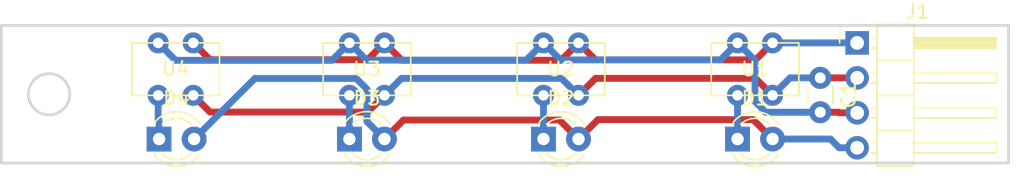
<source format=kicad_pcb>
(kicad_pcb (version 20171130) (host pcbnew "(5.1.10)-1")

  (general
    (thickness 1.6)
    (drawings 5)
    (tracks 58)
    (zones 0)
    (modules 10)
    (nets 9)
  )

  (page A4)
  (layers
    (0 F.Cu signal)
    (31 B.Cu signal)
    (32 B.Adhes user)
    (33 F.Adhes user)
    (34 B.Paste user)
    (35 F.Paste user)
    (36 B.SilkS user)
    (37 F.SilkS user)
    (38 B.Mask user)
    (39 F.Mask user)
    (40 Dwgs.User user)
    (41 Cmts.User user)
    (42 Eco1.User user)
    (43 Eco2.User user)
    (44 Edge.Cuts user)
    (45 Margin user)
    (46 B.CrtYd user)
    (47 F.CrtYd user)
    (48 B.Fab user)
    (49 F.Fab user)
  )

  (setup
    (last_trace_width 0.25)
    (trace_clearance 0.2)
    (zone_clearance 0.508)
    (zone_45_only no)
    (trace_min 0.2)
    (via_size 0.8)
    (via_drill 0.4)
    (via_min_size 0.4)
    (via_min_drill 0.3)
    (uvia_size 0.3)
    (uvia_drill 0.1)
    (uvias_allowed no)
    (uvia_min_size 0.2)
    (uvia_min_drill 0.1)
    (edge_width 0.05)
    (segment_width 0.2)
    (pcb_text_width 0.3)
    (pcb_text_size 1.5 1.5)
    (mod_edge_width 0.12)
    (mod_text_size 1 1)
    (mod_text_width 0.15)
    (pad_size 1.524 1.524)
    (pad_drill 0.762)
    (pad_to_mask_clearance 0)
    (aux_axis_origin 0 0)
    (grid_origin 193.65 102.075)
    (visible_elements 7FFFFFFF)
    (pcbplotparams
      (layerselection 0x010fc_ffffffff)
      (usegerberextensions false)
      (usegerberattributes true)
      (usegerberadvancedattributes true)
      (creategerberjobfile true)
      (excludeedgelayer true)
      (linewidth 0.100000)
      (plotframeref false)
      (viasonmask false)
      (mode 1)
      (useauxorigin false)
      (hpglpennumber 1)
      (hpglpenspeed 20)
      (hpglpendiameter 15.000000)
      (psnegative false)
      (psa4output false)
      (plotreference true)
      (plotvalue true)
      (plotinvisibletext false)
      (padsonsilk false)
      (subtractmaskfromsilk false)
      (outputformat 1)
      (mirror false)
      (drillshape 1)
      (scaleselection 1)
      (outputdirectory ""))
  )

  (net 0 "")
  (net 1 GND)
  (net 2 +5V)
  (net 3 LED)
  (net 4 "Net-(D1-Pad1)")
  (net 5 "Net-(D2-Pad1)")
  (net 6 "Net-(D3-Pad1)")
  (net 7 "Net-(D4-Pad1)")
  (net 8 Vout)

  (net_class Default "This is the default net class."
    (clearance 0.2)
    (trace_width 0.25)
    (via_dia 0.8)
    (via_drill 0.4)
    (uvia_dia 0.3)
    (uvia_drill 0.1)
    (add_net +5V)
    (add_net GND)
    (add_net LED)
    (add_net "Net-(D1-Pad1)")
    (add_net "Net-(D2-Pad1)")
    (add_net "Net-(D3-Pad1)")
    (add_net "Net-(D4-Pad1)")
    (add_net Vout)
  )

  (module herakuresu:S428 (layer F.Cu) (tedit 618E9E2F) (tstamp 618F6511)
    (at 133.285 94.615 180)
    (path /618DC709)
    (fp_text reference U4 (at 0 -0.635) (layer F.SilkS)
      (effects (font (size 1 1) (thickness 0.15)))
    )
    (fp_text value S4282 (at 0 -3.81) (layer F.Fab)
      (effects (font (size 1 1) (thickness 0.15)))
    )
    (fp_line (start -3.175 -2.54) (end -3.175 1.27) (layer F.SilkS) (width 0.12))
    (fp_line (start -3.175 1.27) (end 3.175 1.27) (layer F.SilkS) (width 0.12))
    (fp_line (start 3.175 1.27) (end 3.175 -2.54) (layer F.SilkS) (width 0.12))
    (fp_line (start 3.175 -2.54) (end -3.175 -2.54) (layer F.SilkS) (width 0.12))
    (pad 4 thru_hole circle (at 1.27 1.27 180) (size 1.524 1.524) (drill 0.762) (layers *.Cu *.Mask)
      (net 1 GND))
    (pad 3 thru_hole circle (at -1.27 1.27 180) (size 1.524 1.524) (drill 0.762) (layers *.Cu *.Mask)
      (net 8 Vout))
    (pad 2 thru_hole circle (at -1.27 -2.54 180) (size 1.524 1.524) (drill 0.762) (layers *.Cu *.Mask)
      (net 2 +5V))
    (pad 1 thru_hole circle (at 1.27 -2.54 180) (size 1.524 1.524) (drill 0.762) (layers *.Cu *.Mask)
      (net 7 "Net-(D4-Pad1)"))
  )

  (module herakuresu:S428 (layer F.Cu) (tedit 618E9E2F) (tstamp 618F6505)
    (at 147.145 94.615 180)
    (path /618DC2C0)
    (fp_text reference U3 (at 0 -0.635) (layer F.SilkS)
      (effects (font (size 1 1) (thickness 0.15)))
    )
    (fp_text value S4282 (at 0 -3.81) (layer F.Fab)
      (effects (font (size 1 1) (thickness 0.15)))
    )
    (fp_line (start -3.175 -2.54) (end -3.175 1.27) (layer F.SilkS) (width 0.12))
    (fp_line (start -3.175 1.27) (end 3.175 1.27) (layer F.SilkS) (width 0.12))
    (fp_line (start 3.175 1.27) (end 3.175 -2.54) (layer F.SilkS) (width 0.12))
    (fp_line (start 3.175 -2.54) (end -3.175 -2.54) (layer F.SilkS) (width 0.12))
    (pad 4 thru_hole circle (at 1.27 1.27 180) (size 1.524 1.524) (drill 0.762) (layers *.Cu *.Mask)
      (net 1 GND))
    (pad 3 thru_hole circle (at -1.27 1.27 180) (size 1.524 1.524) (drill 0.762) (layers *.Cu *.Mask)
      (net 8 Vout))
    (pad 2 thru_hole circle (at -1.27 -2.54 180) (size 1.524 1.524) (drill 0.762) (layers *.Cu *.Mask)
      (net 2 +5V))
    (pad 1 thru_hole circle (at 1.27 -2.54 180) (size 1.524 1.524) (drill 0.762) (layers *.Cu *.Mask)
      (net 6 "Net-(D3-Pad1)"))
  )

  (module herakuresu:S428 (layer F.Cu) (tedit 618E9E2F) (tstamp 618F64F9)
    (at 161.21 94.615 180)
    (path /618DBDC3)
    (fp_text reference U2 (at 0 -0.635) (layer F.SilkS)
      (effects (font (size 1 1) (thickness 0.15)))
    )
    (fp_text value S4282 (at 0 -3.81) (layer F.Fab)
      (effects (font (size 1 1) (thickness 0.15)))
    )
    (fp_line (start -3.175 -2.54) (end -3.175 1.27) (layer F.SilkS) (width 0.12))
    (fp_line (start -3.175 1.27) (end 3.175 1.27) (layer F.SilkS) (width 0.12))
    (fp_line (start 3.175 1.27) (end 3.175 -2.54) (layer F.SilkS) (width 0.12))
    (fp_line (start 3.175 -2.54) (end -3.175 -2.54) (layer F.SilkS) (width 0.12))
    (pad 4 thru_hole circle (at 1.27 1.27 180) (size 1.524 1.524) (drill 0.762) (layers *.Cu *.Mask)
      (net 1 GND))
    (pad 3 thru_hole circle (at -1.27 1.27 180) (size 1.524 1.524) (drill 0.762) (layers *.Cu *.Mask)
      (net 8 Vout))
    (pad 2 thru_hole circle (at -1.27 -2.54 180) (size 1.524 1.524) (drill 0.762) (layers *.Cu *.Mask)
      (net 2 +5V))
    (pad 1 thru_hole circle (at 1.27 -2.54 180) (size 1.524 1.524) (drill 0.762) (layers *.Cu *.Mask)
      (net 5 "Net-(D2-Pad1)"))
  )

  (module herakuresu:S428 (layer F.Cu) (tedit 618E9E2F) (tstamp 618F64ED)
    (at 175.275 94.615 180)
    (path /618D9BCD)
    (fp_text reference U1 (at 0 -0.635) (layer F.SilkS)
      (effects (font (size 1 1) (thickness 0.15)))
    )
    (fp_text value S4282 (at 0 -3.81) (layer F.Fab)
      (effects (font (size 1 1) (thickness 0.15)))
    )
    (fp_line (start -3.175 -2.54) (end -3.175 1.27) (layer F.SilkS) (width 0.12))
    (fp_line (start -3.175 1.27) (end 3.175 1.27) (layer F.SilkS) (width 0.12))
    (fp_line (start 3.175 1.27) (end 3.175 -2.54) (layer F.SilkS) (width 0.12))
    (fp_line (start 3.175 -2.54) (end -3.175 -2.54) (layer F.SilkS) (width 0.12))
    (pad 4 thru_hole circle (at 1.27 1.27 180) (size 1.524 1.524) (drill 0.762) (layers *.Cu *.Mask)
      (net 1 GND))
    (pad 3 thru_hole circle (at -1.27 1.27 180) (size 1.524 1.524) (drill 0.762) (layers *.Cu *.Mask)
      (net 8 Vout))
    (pad 2 thru_hole circle (at -1.27 -2.54 180) (size 1.524 1.524) (drill 0.762) (layers *.Cu *.Mask)
      (net 2 +5V))
    (pad 1 thru_hole circle (at 1.27 -2.54 180) (size 1.524 1.524) (drill 0.762) (layers *.Cu *.Mask)
      (net 4 "Net-(D1-Pad1)"))
  )

  (module Connector_PinHeader_2.54mm:PinHeader_1x04_P2.54mm_Horizontal (layer F.Cu) (tedit 59FED5CB) (tstamp 618F64E1)
    (at 182.675 93.345)
    (descr "Through hole angled pin header, 1x04, 2.54mm pitch, 6mm pin length, single row")
    (tags "Through hole angled pin header THT 1x04 2.54mm single row")
    (path /618F45E2)
    (fp_text reference J1 (at 4.385 -2.27) (layer F.SilkS)
      (effects (font (size 1 1) (thickness 0.15)))
    )
    (fp_text value Conn_01x04_Female (at 4.385 9.89) (layer F.Fab)
      (effects (font (size 1 1) (thickness 0.15)))
    )
    (fp_text user %R (at 2.77 3.81 90) (layer F.Fab)
      (effects (font (size 1 1) (thickness 0.15)))
    )
    (fp_line (start 2.135 -1.27) (end 4.04 -1.27) (layer F.Fab) (width 0.1))
    (fp_line (start 4.04 -1.27) (end 4.04 8.89) (layer F.Fab) (width 0.1))
    (fp_line (start 4.04 8.89) (end 1.5 8.89) (layer F.Fab) (width 0.1))
    (fp_line (start 1.5 8.89) (end 1.5 -0.635) (layer F.Fab) (width 0.1))
    (fp_line (start 1.5 -0.635) (end 2.135 -1.27) (layer F.Fab) (width 0.1))
    (fp_line (start -0.32 -0.32) (end 1.5 -0.32) (layer F.Fab) (width 0.1))
    (fp_line (start -0.32 -0.32) (end -0.32 0.32) (layer F.Fab) (width 0.1))
    (fp_line (start -0.32 0.32) (end 1.5 0.32) (layer F.Fab) (width 0.1))
    (fp_line (start 4.04 -0.32) (end 10.04 -0.32) (layer F.Fab) (width 0.1))
    (fp_line (start 10.04 -0.32) (end 10.04 0.32) (layer F.Fab) (width 0.1))
    (fp_line (start 4.04 0.32) (end 10.04 0.32) (layer F.Fab) (width 0.1))
    (fp_line (start -0.32 2.22) (end 1.5 2.22) (layer F.Fab) (width 0.1))
    (fp_line (start -0.32 2.22) (end -0.32 2.86) (layer F.Fab) (width 0.1))
    (fp_line (start -0.32 2.86) (end 1.5 2.86) (layer F.Fab) (width 0.1))
    (fp_line (start 4.04 2.22) (end 10.04 2.22) (layer F.Fab) (width 0.1))
    (fp_line (start 10.04 2.22) (end 10.04 2.86) (layer F.Fab) (width 0.1))
    (fp_line (start 4.04 2.86) (end 10.04 2.86) (layer F.Fab) (width 0.1))
    (fp_line (start -0.32 4.76) (end 1.5 4.76) (layer F.Fab) (width 0.1))
    (fp_line (start -0.32 4.76) (end -0.32 5.4) (layer F.Fab) (width 0.1))
    (fp_line (start -0.32 5.4) (end 1.5 5.4) (layer F.Fab) (width 0.1))
    (fp_line (start 4.04 4.76) (end 10.04 4.76) (layer F.Fab) (width 0.1))
    (fp_line (start 10.04 4.76) (end 10.04 5.4) (layer F.Fab) (width 0.1))
    (fp_line (start 4.04 5.4) (end 10.04 5.4) (layer F.Fab) (width 0.1))
    (fp_line (start -0.32 7.3) (end 1.5 7.3) (layer F.Fab) (width 0.1))
    (fp_line (start -0.32 7.3) (end -0.32 7.94) (layer F.Fab) (width 0.1))
    (fp_line (start -0.32 7.94) (end 1.5 7.94) (layer F.Fab) (width 0.1))
    (fp_line (start 4.04 7.3) (end 10.04 7.3) (layer F.Fab) (width 0.1))
    (fp_line (start 10.04 7.3) (end 10.04 7.94) (layer F.Fab) (width 0.1))
    (fp_line (start 4.04 7.94) (end 10.04 7.94) (layer F.Fab) (width 0.1))
    (fp_line (start 1.44 -1.33) (end 1.44 8.95) (layer F.SilkS) (width 0.12))
    (fp_line (start 1.44 8.95) (end 4.1 8.95) (layer F.SilkS) (width 0.12))
    (fp_line (start 4.1 8.95) (end 4.1 -1.33) (layer F.SilkS) (width 0.12))
    (fp_line (start 4.1 -1.33) (end 1.44 -1.33) (layer F.SilkS) (width 0.12))
    (fp_line (start 4.1 -0.38) (end 10.1 -0.38) (layer F.SilkS) (width 0.12))
    (fp_line (start 10.1 -0.38) (end 10.1 0.38) (layer F.SilkS) (width 0.12))
    (fp_line (start 10.1 0.38) (end 4.1 0.38) (layer F.SilkS) (width 0.12))
    (fp_line (start 4.1 -0.32) (end 10.1 -0.32) (layer F.SilkS) (width 0.12))
    (fp_line (start 4.1 -0.2) (end 10.1 -0.2) (layer F.SilkS) (width 0.12))
    (fp_line (start 4.1 -0.08) (end 10.1 -0.08) (layer F.SilkS) (width 0.12))
    (fp_line (start 4.1 0.04) (end 10.1 0.04) (layer F.SilkS) (width 0.12))
    (fp_line (start 4.1 0.16) (end 10.1 0.16) (layer F.SilkS) (width 0.12))
    (fp_line (start 4.1 0.28) (end 10.1 0.28) (layer F.SilkS) (width 0.12))
    (fp_line (start 1.11 -0.38) (end 1.44 -0.38) (layer F.SilkS) (width 0.12))
    (fp_line (start 1.11 0.38) (end 1.44 0.38) (layer F.SilkS) (width 0.12))
    (fp_line (start 1.44 1.27) (end 4.1 1.27) (layer F.SilkS) (width 0.12))
    (fp_line (start 4.1 2.16) (end 10.1 2.16) (layer F.SilkS) (width 0.12))
    (fp_line (start 10.1 2.16) (end 10.1 2.92) (layer F.SilkS) (width 0.12))
    (fp_line (start 10.1 2.92) (end 4.1 2.92) (layer F.SilkS) (width 0.12))
    (fp_line (start 1.042929 2.16) (end 1.44 2.16) (layer F.SilkS) (width 0.12))
    (fp_line (start 1.042929 2.92) (end 1.44 2.92) (layer F.SilkS) (width 0.12))
    (fp_line (start 1.44 3.81) (end 4.1 3.81) (layer F.SilkS) (width 0.12))
    (fp_line (start 4.1 4.7) (end 10.1 4.7) (layer F.SilkS) (width 0.12))
    (fp_line (start 10.1 4.7) (end 10.1 5.46) (layer F.SilkS) (width 0.12))
    (fp_line (start 10.1 5.46) (end 4.1 5.46) (layer F.SilkS) (width 0.12))
    (fp_line (start 1.042929 4.7) (end 1.44 4.7) (layer F.SilkS) (width 0.12))
    (fp_line (start 1.042929 5.46) (end 1.44 5.46) (layer F.SilkS) (width 0.12))
    (fp_line (start 1.44 6.35) (end 4.1 6.35) (layer F.SilkS) (width 0.12))
    (fp_line (start 4.1 7.24) (end 10.1 7.24) (layer F.SilkS) (width 0.12))
    (fp_line (start 10.1 7.24) (end 10.1 8) (layer F.SilkS) (width 0.12))
    (fp_line (start 10.1 8) (end 4.1 8) (layer F.SilkS) (width 0.12))
    (fp_line (start 1.042929 7.24) (end 1.44 7.24) (layer F.SilkS) (width 0.12))
    (fp_line (start 1.042929 8) (end 1.44 8) (layer F.SilkS) (width 0.12))
    (fp_line (start -1.27 0) (end -1.27 -1.27) (layer F.SilkS) (width 0.12))
    (fp_line (start -1.27 -1.27) (end 0 -1.27) (layer F.SilkS) (width 0.12))
    (fp_line (start -1.8 -1.8) (end -1.8 9.4) (layer F.CrtYd) (width 0.05))
    (fp_line (start -1.8 9.4) (end 10.55 9.4) (layer F.CrtYd) (width 0.05))
    (fp_line (start 10.55 9.4) (end 10.55 -1.8) (layer F.CrtYd) (width 0.05))
    (fp_line (start 10.55 -1.8) (end -1.8 -1.8) (layer F.CrtYd) (width 0.05))
    (pad 4 thru_hole oval (at 0 7.62) (size 1.7 1.7) (drill 1) (layers *.Cu *.Mask)
      (net 3 LED))
    (pad 3 thru_hole oval (at 0 5.08) (size 1.7 1.7) (drill 1) (layers *.Cu *.Mask)
      (net 1 GND))
    (pad 2 thru_hole oval (at 0 2.54) (size 1.7 1.7) (drill 1) (layers *.Cu *.Mask)
      (net 2 +5V))
    (pad 1 thru_hole rect (at 0 0) (size 1.7 1.7) (drill 1) (layers *.Cu *.Mask)
      (net 8 Vout))
    (model ${KISYS3DMOD}/Connector_PinHeader_2.54mm.3dshapes/PinHeader_1x04_P2.54mm_Horizontal.wrl
      (at (xyz 0 0 0))
      (scale (xyz 1 1 1))
      (rotate (xyz 0 0 0))
    )
  )

  (module LED_THT:LED_D3.0mm_Clear (layer F.Cu) (tedit 5A6C9BC0) (tstamp 618F6494)
    (at 132.08 100.33)
    (descr "IR-LED, diameter 3.0mm, 2 pins, color: clear")
    (tags "IR infrared LED diameter 3.0mm 2 pins clear")
    (path /618FDF30)
    (fp_text reference D4 (at 1.27 -2.96) (layer F.SilkS)
      (effects (font (size 1 1) (thickness 0.15)))
    )
    (fp_text value LED (at 1.27 2.96) (layer F.Fab)
      (effects (font (size 1 1) (thickness 0.15)))
    )
    (fp_arc (start 1.27 0) (end 0.229039 1.08) (angle -87.9) (layer F.SilkS) (width 0.12))
    (fp_arc (start 1.27 0) (end 0.229039 -1.08) (angle 87.9) (layer F.SilkS) (width 0.12))
    (fp_arc (start 1.27 0) (end -0.29 1.235516) (angle -108.8) (layer F.SilkS) (width 0.12))
    (fp_arc (start 1.27 0) (end -0.29 -1.235516) (angle 108.8) (layer F.SilkS) (width 0.12))
    (fp_arc (start 1.27 0) (end -0.23 -1.16619) (angle 284.3) (layer F.Fab) (width 0.1))
    (fp_text user %R (at 1.47 0) (layer F.Fab)
      (effects (font (size 0.8 0.8) (thickness 0.12)))
    )
    (fp_line (start -0.23 -1.16619) (end -0.23 1.16619) (layer F.Fab) (width 0.1))
    (fp_line (start -0.29 -1.236) (end -0.29 -1.08) (layer F.SilkS) (width 0.12))
    (fp_line (start -0.29 1.08) (end -0.29 1.236) (layer F.SilkS) (width 0.12))
    (fp_line (start -1.15 -2.25) (end -1.15 2.25) (layer F.CrtYd) (width 0.05))
    (fp_line (start -1.15 2.25) (end 3.7 2.25) (layer F.CrtYd) (width 0.05))
    (fp_line (start 3.7 2.25) (end 3.7 -2.25) (layer F.CrtYd) (width 0.05))
    (fp_line (start 3.7 -2.25) (end -1.15 -2.25) (layer F.CrtYd) (width 0.05))
    (fp_circle (center 1.27 0) (end 2.77 0) (layer F.Fab) (width 0.1))
    (pad 2 thru_hole circle (at 2.54 0) (size 1.8 1.8) (drill 0.9) (layers *.Cu *.Mask)
      (net 3 LED))
    (pad 1 thru_hole rect (at 0 0) (size 1.8 1.8) (drill 0.9) (layers *.Cu *.Mask)
      (net 7 "Net-(D4-Pad1)"))
    (model ${KISYS3DMOD}/LED_THT.3dshapes/LED_D3.0mm_Clear.wrl
      (at (xyz 0 0 0))
      (scale (xyz 1 1 1))
      (rotate (xyz 0 0 0))
    )
  )

  (module LED_THT:LED_D3.0mm_Clear (layer F.Cu) (tedit 5A6C9BC0) (tstamp 618F6480)
    (at 145.875 100.33)
    (descr "IR-LED, diameter 3.0mm, 2 pins, color: clear")
    (tags "IR infrared LED diameter 3.0mm 2 pins clear")
    (path /618FD5E0)
    (fp_text reference D3 (at 1.27 -2.96) (layer F.SilkS)
      (effects (font (size 1 1) (thickness 0.15)))
    )
    (fp_text value LED (at 1.27 2.96) (layer F.Fab)
      (effects (font (size 1 1) (thickness 0.15)))
    )
    (fp_arc (start 1.27 0) (end 0.229039 1.08) (angle -87.9) (layer F.SilkS) (width 0.12))
    (fp_arc (start 1.27 0) (end 0.229039 -1.08) (angle 87.9) (layer F.SilkS) (width 0.12))
    (fp_arc (start 1.27 0) (end -0.29 1.235516) (angle -108.8) (layer F.SilkS) (width 0.12))
    (fp_arc (start 1.27 0) (end -0.29 -1.235516) (angle 108.8) (layer F.SilkS) (width 0.12))
    (fp_arc (start 1.27 0) (end -0.23 -1.16619) (angle 284.3) (layer F.Fab) (width 0.1))
    (fp_text user %R (at 1.47 0) (layer F.Fab)
      (effects (font (size 0.8 0.8) (thickness 0.12)))
    )
    (fp_line (start -0.23 -1.16619) (end -0.23 1.16619) (layer F.Fab) (width 0.1))
    (fp_line (start -0.29 -1.236) (end -0.29 -1.08) (layer F.SilkS) (width 0.12))
    (fp_line (start -0.29 1.08) (end -0.29 1.236) (layer F.SilkS) (width 0.12))
    (fp_line (start -1.15 -2.25) (end -1.15 2.25) (layer F.CrtYd) (width 0.05))
    (fp_line (start -1.15 2.25) (end 3.7 2.25) (layer F.CrtYd) (width 0.05))
    (fp_line (start 3.7 2.25) (end 3.7 -2.25) (layer F.CrtYd) (width 0.05))
    (fp_line (start 3.7 -2.25) (end -1.15 -2.25) (layer F.CrtYd) (width 0.05))
    (fp_circle (center 1.27 0) (end 2.77 0) (layer F.Fab) (width 0.1))
    (pad 2 thru_hole circle (at 2.54 0) (size 1.8 1.8) (drill 0.9) (layers *.Cu *.Mask)
      (net 3 LED))
    (pad 1 thru_hole rect (at 0 0) (size 1.8 1.8) (drill 0.9) (layers *.Cu *.Mask)
      (net 6 "Net-(D3-Pad1)"))
    (model ${KISYS3DMOD}/LED_THT.3dshapes/LED_D3.0mm_Clear.wrl
      (at (xyz 0 0 0))
      (scale (xyz 1 1 1))
      (rotate (xyz 0 0 0))
    )
  )

  (module LED_THT:LED_D3.0mm_Clear (layer F.Cu) (tedit 5A6C9BC0) (tstamp 618F646C)
    (at 159.94 100.33)
    (descr "IR-LED, diameter 3.0mm, 2 pins, color: clear")
    (tags "IR infrared LED diameter 3.0mm 2 pins clear")
    (path /618FAFC8)
    (fp_text reference D2 (at 1.27 -2.96) (layer F.SilkS)
      (effects (font (size 1 1) (thickness 0.15)))
    )
    (fp_text value LED (at 1.27 2.96) (layer F.Fab)
      (effects (font (size 1 1) (thickness 0.15)))
    )
    (fp_arc (start 1.27 0) (end 0.229039 1.08) (angle -87.9) (layer F.SilkS) (width 0.12))
    (fp_arc (start 1.27 0) (end 0.229039 -1.08) (angle 87.9) (layer F.SilkS) (width 0.12))
    (fp_arc (start 1.27 0) (end -0.29 1.235516) (angle -108.8) (layer F.SilkS) (width 0.12))
    (fp_arc (start 1.27 0) (end -0.29 -1.235516) (angle 108.8) (layer F.SilkS) (width 0.12))
    (fp_arc (start 1.27 0) (end -0.23 -1.16619) (angle 284.3) (layer F.Fab) (width 0.1))
    (fp_text user %R (at 1.47 0) (layer F.Fab)
      (effects (font (size 0.8 0.8) (thickness 0.12)))
    )
    (fp_line (start -0.23 -1.16619) (end -0.23 1.16619) (layer F.Fab) (width 0.1))
    (fp_line (start -0.29 -1.236) (end -0.29 -1.08) (layer F.SilkS) (width 0.12))
    (fp_line (start -0.29 1.08) (end -0.29 1.236) (layer F.SilkS) (width 0.12))
    (fp_line (start -1.15 -2.25) (end -1.15 2.25) (layer F.CrtYd) (width 0.05))
    (fp_line (start -1.15 2.25) (end 3.7 2.25) (layer F.CrtYd) (width 0.05))
    (fp_line (start 3.7 2.25) (end 3.7 -2.25) (layer F.CrtYd) (width 0.05))
    (fp_line (start 3.7 -2.25) (end -1.15 -2.25) (layer F.CrtYd) (width 0.05))
    (fp_circle (center 1.27 0) (end 2.77 0) (layer F.Fab) (width 0.1))
    (pad 2 thru_hole circle (at 2.54 0) (size 1.8 1.8) (drill 0.9) (layers *.Cu *.Mask)
      (net 3 LED))
    (pad 1 thru_hole rect (at 0 0) (size 1.8 1.8) (drill 0.9) (layers *.Cu *.Mask)
      (net 5 "Net-(D2-Pad1)"))
    (model ${KISYS3DMOD}/LED_THT.3dshapes/LED_D3.0mm_Clear.wrl
      (at (xyz 0 0 0))
      (scale (xyz 1 1 1))
      (rotate (xyz 0 0 0))
    )
  )

  (module LED_THT:LED_D3.0mm_Clear (layer F.Cu) (tedit 5A6C9BC0) (tstamp 618F6458)
    (at 174.005 100.33)
    (descr "IR-LED, diameter 3.0mm, 2 pins, color: clear")
    (tags "IR infrared LED diameter 3.0mm 2 pins clear")
    (path /618E39BD)
    (fp_text reference D1 (at 1.27 -2.96) (layer F.SilkS)
      (effects (font (size 1 1) (thickness 0.15)))
    )
    (fp_text value LED (at 1.27 2.96) (layer F.Fab)
      (effects (font (size 1 1) (thickness 0.15)))
    )
    (fp_arc (start 1.27 0) (end 0.229039 1.08) (angle -87.9) (layer F.SilkS) (width 0.12))
    (fp_arc (start 1.27 0) (end 0.229039 -1.08) (angle 87.9) (layer F.SilkS) (width 0.12))
    (fp_arc (start 1.27 0) (end -0.29 1.235516) (angle -108.8) (layer F.SilkS) (width 0.12))
    (fp_arc (start 1.27 0) (end -0.29 -1.235516) (angle 108.8) (layer F.SilkS) (width 0.12))
    (fp_arc (start 1.27 0) (end -0.23 -1.16619) (angle 284.3) (layer F.Fab) (width 0.1))
    (fp_text user %R (at 1.47 0) (layer F.Fab)
      (effects (font (size 0.8 0.8) (thickness 0.12)))
    )
    (fp_line (start -0.23 -1.16619) (end -0.23 1.16619) (layer F.Fab) (width 0.1))
    (fp_line (start -0.29 -1.236) (end -0.29 -1.08) (layer F.SilkS) (width 0.12))
    (fp_line (start -0.29 1.08) (end -0.29 1.236) (layer F.SilkS) (width 0.12))
    (fp_line (start -1.15 -2.25) (end -1.15 2.25) (layer F.CrtYd) (width 0.05))
    (fp_line (start -1.15 2.25) (end 3.7 2.25) (layer F.CrtYd) (width 0.05))
    (fp_line (start 3.7 2.25) (end 3.7 -2.25) (layer F.CrtYd) (width 0.05))
    (fp_line (start 3.7 -2.25) (end -1.15 -2.25) (layer F.CrtYd) (width 0.05))
    (fp_circle (center 1.27 0) (end 2.77 0) (layer F.Fab) (width 0.1))
    (pad 2 thru_hole circle (at 2.54 0) (size 1.8 1.8) (drill 0.9) (layers *.Cu *.Mask)
      (net 3 LED))
    (pad 1 thru_hole rect (at 0 0) (size 1.8 1.8) (drill 0.9) (layers *.Cu *.Mask)
      (net 4 "Net-(D1-Pad1)"))
    (model ${KISYS3DMOD}/LED_THT.3dshapes/LED_D3.0mm_Clear.wrl
      (at (xyz 0 0 0))
      (scale (xyz 1 1 1))
      (rotate (xyz 0 0 0))
    )
  )

  (module Capacitor_THT:C_Disc_D3.0mm_W1.6mm_P2.50mm (layer F.Cu) (tedit 5AE50EF0) (tstamp 618F6444)
    (at 180 95.885 270)
    (descr "C, Disc series, Radial, pin pitch=2.50mm, , diameter*width=3.0*1.6mm^2, Capacitor, http://www.vishay.com/docs/45233/krseries.pdf")
    (tags "C Disc series Radial pin pitch 2.50mm  diameter 3.0mm width 1.6mm Capacitor")
    (path /618E1214)
    (fp_text reference C1 (at 1.25 -2.05 90) (layer F.SilkS)
      (effects (font (size 1 1) (thickness 0.15)))
    )
    (fp_text value C (at 1.25 2.05 90) (layer F.Fab)
      (effects (font (size 1 1) (thickness 0.15)))
    )
    (fp_text user %R (at 1.25 0 90) (layer F.Fab)
      (effects (font (size 0.6 0.6) (thickness 0.09)))
    )
    (fp_line (start -0.25 -0.8) (end -0.25 0.8) (layer F.Fab) (width 0.1))
    (fp_line (start -0.25 0.8) (end 2.75 0.8) (layer F.Fab) (width 0.1))
    (fp_line (start 2.75 0.8) (end 2.75 -0.8) (layer F.Fab) (width 0.1))
    (fp_line (start 2.75 -0.8) (end -0.25 -0.8) (layer F.Fab) (width 0.1))
    (fp_line (start 0.621 -0.92) (end 1.879 -0.92) (layer F.SilkS) (width 0.12))
    (fp_line (start 0.621 0.92) (end 1.879 0.92) (layer F.SilkS) (width 0.12))
    (fp_line (start -1.05 -1.05) (end -1.05 1.05) (layer F.CrtYd) (width 0.05))
    (fp_line (start -1.05 1.05) (end 3.55 1.05) (layer F.CrtYd) (width 0.05))
    (fp_line (start 3.55 1.05) (end 3.55 -1.05) (layer F.CrtYd) (width 0.05))
    (fp_line (start 3.55 -1.05) (end -1.05 -1.05) (layer F.CrtYd) (width 0.05))
    (pad 2 thru_hole circle (at 2.5 0 270) (size 1.6 1.6) (drill 0.8) (layers *.Cu *.Mask)
      (net 1 GND))
    (pad 1 thru_hole circle (at 0 0 270) (size 1.6 1.6) (drill 0.8) (layers *.Cu *.Mask)
      (net 2 +5V))
    (model ${KISYS3DMOD}/Capacitor_THT.3dshapes/C_Disc_D3.0mm_W1.6mm_P2.50mm.wrl
      (at (xyz 0 0 0))
      (scale (xyz 1 1 1))
      (rotate (xyz 0 0 0))
    )
  )

  (gr_line (start 120.65 102.075) (end 120.65 92.075) (layer Edge.Cuts) (width 0.2))
  (gr_circle (center 124.106935 97.075) (end 125.606935 97.075) (layer Edge.Cuts) (width 0.2))
  (gr_line (start 193.65 102.075) (end 120.65 102.075) (layer Edge.Cuts) (width 0.2))
  (gr_line (start 193.65 92.075) (end 193.65 102.075) (layer Edge.Cuts) (width 0.2))
  (gr_line (start 120.65 92.075) (end 193.65 92.075) (layer Edge.Cuts) (width 0.2))

  (segment (start 145.875 93.345) (end 144.6098 94.6102) (width 0.5) (layer B.Cu) (net 1))
  (segment (start 144.6098 94.6102) (end 133.2802 94.6102) (width 0.5) (layer B.Cu) (net 1))
  (segment (start 133.2802 94.6102) (end 132.015 93.345) (width 0.5) (layer B.Cu) (net 1))
  (segment (start 159.94 93.345) (end 158.689 94.596) (width 0.5) (layer B.Cu) (net 1))
  (segment (start 158.689 94.596) (end 147.126 94.596) (width 0.5) (layer B.Cu) (net 1))
  (segment (start 147.126 94.596) (end 145.875 93.345) (width 0.5) (layer B.Cu) (net 1))
  (segment (start 174.005 93.345) (end 172.7692 94.5808) (width 0.5) (layer B.Cu) (net 1))
  (segment (start 172.7692 94.5808) (end 161.1758 94.5808) (width 0.5) (layer B.Cu) (net 1))
  (segment (start 161.1758 94.5808) (end 159.94 93.345) (width 0.5) (layer B.Cu) (net 1))
  (segment (start 180 98.385) (end 176.049 98.385) (width 0.5) (layer B.Cu) (net 1))
  (segment (start 176.049 98.385) (end 175.275 97.611) (width 0.5) (layer B.Cu) (net 1))
  (segment (start 175.275 97.611) (end 175.275 94.615) (width 0.5) (layer B.Cu) (net 1))
  (segment (start 175.275 94.615) (end 174.005 93.345) (width 0.5) (layer B.Cu) (net 1))
  (segment (start 182.675 98.425) (end 181.3747 98.425) (width 0.5) (layer F.Cu) (net 1))
  (segment (start 180 98.385) (end 181.3347 98.385) (width 0.5) (layer F.Cu) (net 1))
  (segment (start 181.3347 98.385) (end 181.3747 98.425) (width 0.5) (layer F.Cu) (net 1))
  (segment (start 180 95.885) (end 177.815 95.885) (width 0.5) (layer B.Cu) (net 2))
  (segment (start 177.815 95.885) (end 176.545 97.155) (width 0.5) (layer B.Cu) (net 2))
  (segment (start 176.545 97.155) (end 175.3121 95.9221) (width 0.5) (layer F.Cu) (net 2))
  (segment (start 175.3121 95.9221) (end 163.7129 95.9221) (width 0.5) (layer F.Cu) (net 2))
  (segment (start 163.7129 95.9221) (end 162.48 97.155) (width 0.5) (layer F.Cu) (net 2))
  (segment (start 162.48 97.155) (end 161.2506 95.9256) (width 0.5) (layer B.Cu) (net 2))
  (segment (start 161.2506 95.9256) (end 149.6444 95.9256) (width 0.5) (layer B.Cu) (net 2))
  (segment (start 149.6444 95.9256) (end 148.415 97.155) (width 0.5) (layer B.Cu) (net 2))
  (segment (start 148.415 97.155) (end 147.2007 98.3693) (width 0.5) (layer F.Cu) (net 2))
  (segment (start 147.2007 98.3693) (end 135.7693 98.3693) (width 0.5) (layer F.Cu) (net 2))
  (segment (start 135.7693 98.3693) (end 134.555 97.155) (width 0.5) (layer F.Cu) (net 2))
  (segment (start 182.675 95.885) (end 180 95.885) (width 0.5) (layer F.Cu) (net 2))
  (segment (start 148.415 100.33) (end 147.145 99.06) (width 0.5) (layer B.Cu) (net 3))
  (segment (start 147.145 99.06) (end 147.145 96.7067) (width 0.5) (layer B.Cu) (net 3))
  (segment (start 147.145 96.7067) (end 146.3678 95.9295) (width 0.5) (layer B.Cu) (net 3))
  (segment (start 146.3678 95.9295) (end 139.0205 95.9295) (width 0.5) (layer B.Cu) (net 3))
  (segment (start 139.0205 95.9295) (end 134.62 100.33) (width 0.5) (layer B.Cu) (net 3))
  (segment (start 162.48 100.33) (end 161.0984 98.9484) (width 0.5) (layer F.Cu) (net 3))
  (segment (start 161.0984 98.9484) (end 149.7966 98.9484) (width 0.5) (layer F.Cu) (net 3))
  (segment (start 149.7966 98.9484) (end 148.415 100.33) (width 0.5) (layer F.Cu) (net 3))
  (segment (start 176.545 100.33) (end 175.1362 98.9212) (width 0.5) (layer F.Cu) (net 3))
  (segment (start 175.1362 98.9212) (end 163.8888 98.9212) (width 0.5) (layer F.Cu) (net 3))
  (segment (start 163.8888 98.9212) (end 162.48 100.33) (width 0.5) (layer F.Cu) (net 3))
  (segment (start 182.675 100.965) (end 181.3747 100.965) (width 0.5) (layer B.Cu) (net 3))
  (segment (start 176.545 100.33) (end 180.7397 100.33) (width 0.5) (layer B.Cu) (net 3))
  (segment (start 180.7397 100.33) (end 181.3747 100.965) (width 0.5) (layer B.Cu) (net 3))
  (segment (start 174.005 100.33) (end 174.005 97.155) (width 0.5) (layer B.Cu) (net 4))
  (segment (start 159.94 100.33) (end 159.94 97.155) (width 0.5) (layer B.Cu) (net 5))
  (segment (start 145.875 100.33) (end 145.875 97.155) (width 0.5) (layer B.Cu) (net 6))
  (segment (start 132.08 100.33) (end 132.08 98.9797) (width 0.5) (layer B.Cu) (net 7))
  (segment (start 132.08 98.9797) (end 132.015 98.9147) (width 0.5) (layer B.Cu) (net 7))
  (segment (start 132.015 98.9147) (end 132.015 97.155) (width 0.5) (layer B.Cu) (net 7))
  (segment (start 148.415 93.345) (end 147.1953 94.5647) (width 0.5) (layer F.Cu) (net 8))
  (segment (start 147.1953 94.5647) (end 135.7747 94.5647) (width 0.5) (layer F.Cu) (net 8))
  (segment (start 135.7747 94.5647) (end 134.555 93.345) (width 0.5) (layer F.Cu) (net 8))
  (segment (start 162.48 93.345) (end 161.2189 94.6061) (width 0.5) (layer F.Cu) (net 8))
  (segment (start 161.2189 94.6061) (end 149.6761 94.6061) (width 0.5) (layer F.Cu) (net 8))
  (segment (start 149.6761 94.6061) (end 148.415 93.345) (width 0.5) (layer F.Cu) (net 8))
  (segment (start 176.545 93.345) (end 175.3142 94.5758) (width 0.5) (layer F.Cu) (net 8))
  (segment (start 175.3142 94.5758) (end 163.7108 94.5758) (width 0.5) (layer F.Cu) (net 8))
  (segment (start 163.7108 94.5758) (end 162.48 93.345) (width 0.5) (layer F.Cu) (net 8))
  (segment (start 182.675 93.345) (end 176.545 93.345) (width 0.5) (layer B.Cu) (net 8))

)

</source>
